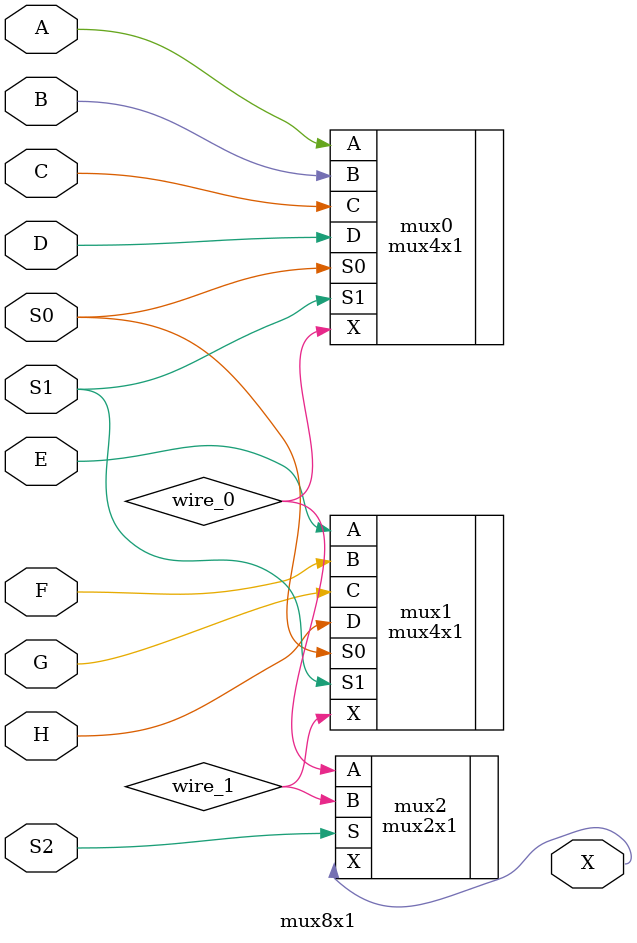
<source format=v>
module mux8x1(input S0, S1, S2, input A, B, C, D, input E, F, G, H, output X);

 wire wire_0, wire_1;

 mux4x1 mux0(.S0(S0), .S1(S1), .A(A), .B(B), .C(C), .D(D), .X(wire_0));
 mux4x1 mux1(.S0(S0), .S1(S1), .A(E), .B(F), .C(G), .D(H), .X(wire_1));
 mux2x1 mux2(.S(S2), .A(wire_0), .B(wire_1), .X(X));

endmodule

</source>
